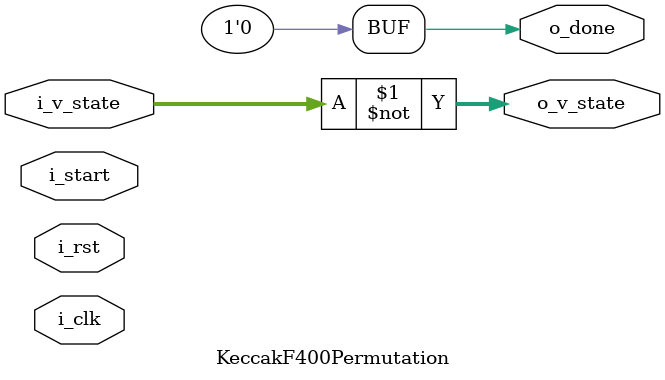
<source format=v>
`timescale 1ns / 1ps

module KeccakF400Permutation(
    input i_clk,
    input i_rst,
    input i_start,
    input [399:0] i_v_state,
    output [399:0] o_v_state,
    output o_done
    );
    
    assign o_v_state = ~i_v_state;//dummy
    assign o_done = 1'b0;//dummy
    
endmodule

</source>
